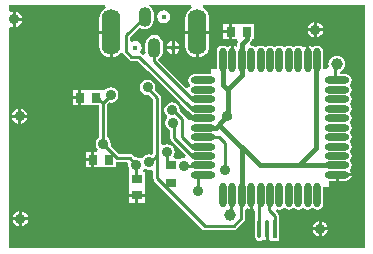
<source format=gtl>
%FSAX24Y24*%
%MOIN*%
G70*
G01*
G75*
G04 Layer_Physical_Order=1*
G04 Layer_Color=255*
%ADD10C,0.0394*%
%ADD11R,0.0118X0.0630*%
%ADD12O,0.0118X0.0630*%
%ADD13R,0.0315X0.0354*%
%ADD14O,0.0807X0.0236*%
%ADD15O,0.0236X0.0807*%
%ADD16R,0.0354X0.0315*%
%ADD17R,0.0354X0.0276*%
%ADD18C,0.0157*%
%ADD19C,0.0100*%
%ADD20R,0.1075X0.1032*%
%ADD21O,0.0433X0.0669*%
%ADD22C,0.0157*%
%ADD23O,0.0630X0.1535*%
%ADD24O,0.0591X0.0866*%
%ADD25C,0.0350*%
G36*
X006675Y004472D02*
X006686Y004464D01*
Y004373D01*
X006675Y004366D01*
X006667Y004354D01*
X006576D01*
X006568Y004366D01*
X006556Y004373D01*
Y004464D01*
X006568Y004472D01*
X006576Y004484D01*
X006667D01*
X006675Y004472D01*
D02*
G37*
G36*
X007168Y004506D02*
Y004331D01*
X007081Y004305D01*
X007040Y004366D01*
X007029Y004373D01*
Y004464D01*
X007040Y004472D01*
X007081Y004533D01*
X007168Y004506D01*
D02*
G37*
G36*
X014215Y000340D02*
X002358D01*
Y007679D01*
X002438Y007722D01*
X002444Y007718D01*
X002493Y007708D01*
Y007957D01*
Y008205D01*
X002444Y008196D01*
X002438Y008192D01*
X002358Y008235D01*
Y008424D01*
X005563D01*
X005581Y008335D01*
X005565Y008328D01*
X005483Y008265D01*
X005420Y008183D01*
X005380Y008087D01*
X005367Y007984D01*
Y007581D01*
X005764D01*
Y007532D01*
X005814D01*
Y006688D01*
X005867Y006695D01*
X005962Y006735D01*
X006045Y006798D01*
X006066Y006826D01*
X006157Y006823D01*
X006172Y006800D01*
X006351Y006621D01*
X006394Y006593D01*
X006444Y006583D01*
X006657D01*
X008332Y004907D01*
X008332D01*
X008332Y004907D01*
X008332D01*
X008332Y004907D01*
Y004907D01*
X008332Y004907D01*
Y004907D01*
X008352Y004894D01*
X008389Y004838D01*
Y004807D01*
X008346Y004742D01*
X008340Y004715D01*
X008817D01*
Y004615D01*
X008340D01*
X008330Y004665D01*
X008340Y004714D01*
X008251Y004696D01*
X008237Y004717D01*
X008048Y004906D01*
X008054Y004937D01*
X008034Y005036D01*
X007978Y005120D01*
X007894Y005176D01*
X007795Y005195D01*
X007696Y005176D01*
X007612Y005120D01*
X007556Y005036D01*
X007537Y004937D01*
X007556Y004838D01*
X007612Y004754D01*
D01*
X007630Y004664D01*
X007592Y004607D01*
X007572Y004508D01*
X007592Y004409D01*
X007648Y004325D01*
X007732Y004269D01*
X007739Y004267D01*
Y003993D01*
X007749Y003943D01*
X007777Y003900D01*
X008255Y003422D01*
X008212Y003342D01*
X008197Y003345D01*
X008098Y003326D01*
X008088Y003319D01*
X008008Y003319D01*
Y003319D01*
X007883D01*
X007840Y003399D01*
X007873Y003448D01*
X007893Y003547D01*
X007873Y003646D01*
X007817Y003730D01*
X007733Y003786D01*
X007634Y003806D01*
X007535Y003786D01*
X007511Y003770D01*
X007430Y003813D01*
Y005354D01*
X007420Y005405D01*
X007392Y005447D01*
X007224Y005615D01*
X007239Y005689D01*
X007219Y005788D01*
X007163Y005872D01*
X007079Y005928D01*
X006980Y005948D01*
X006881Y005928D01*
X006797Y005872D01*
X006741Y005788D01*
X006722Y005689D01*
X006741Y005590D01*
X006797Y005506D01*
X006881Y005450D01*
X006980Y005430D01*
X007028Y005440D01*
X007168Y005300D01*
Y004804D01*
X007081Y004777D01*
X007040Y004838D01*
X006956Y004894D01*
X006907Y004904D01*
Y004655D01*
X006807D01*
Y004904D01*
X006758Y004894D01*
X006675Y004838D01*
X006667Y004826D01*
X006576D01*
X006568Y004838D01*
X006484Y004894D01*
X006435Y004904D01*
Y004655D01*
X006385D01*
Y004605D01*
X006136D01*
X006146Y004556D01*
X006202Y004472D01*
X006214Y004464D01*
Y004373D01*
X006202Y004366D01*
X006146Y004282D01*
X006136Y004233D01*
X006385D01*
Y004183D01*
X006435D01*
Y003934D01*
X006484Y003944D01*
X006568Y004000D01*
X006576Y004011D01*
X006667D01*
X006675Y004000D01*
X006758Y003944D01*
X006807Y003934D01*
Y004183D01*
X006907D01*
Y003934D01*
X006956Y003944D01*
X007040Y004000D01*
X007081Y004060D01*
X007168Y004034D01*
Y003499D01*
X007098Y003441D01*
X007024Y003456D01*
X006925Y003436D01*
X006841Y003380D01*
X006819Y003347D01*
X006729Y003329D01*
X006693Y003353D01*
X006594Y003373D01*
X006551Y003364D01*
X006503Y003422D01*
X006498Y003426D01*
X006494Y003431D01*
X006478Y003442D01*
X006463Y003454D01*
X006457Y003456D01*
X006452Y003460D01*
X006433Y003464D01*
X006414Y003469D01*
X006408Y003469D01*
X006402Y003470D01*
X006015D01*
X005747Y003738D01*
X005763Y003815D01*
X005743Y003914D01*
X005687Y003998D01*
X005635Y004032D01*
Y005133D01*
X005706Y005191D01*
X005748Y005182D01*
X005847Y005202D01*
X005931Y005258D01*
X005987Y005342D01*
X006007Y005441D01*
X005987Y005540D01*
X005931Y005624D01*
X005847Y005680D01*
X005748Y005700D01*
X005649Y005680D01*
X005565Y005624D01*
X005546Y005596D01*
X005512Y005606D01*
Y005606D01*
X005512Y005606D01*
X005039D01*
D01*
D01*
X005039Y005606D01*
X004961D01*
Y005606D01*
X004774D01*
Y005350D01*
Y005094D01*
X004961D01*
Y005094D01*
X004961D01*
X004961Y005094D01*
X005039D01*
Y005094D01*
X005366D01*
X005373Y005087D01*
Y004032D01*
X005321Y003998D01*
X005265Y003914D01*
X005245Y003815D01*
X005265Y003716D01*
X005321Y003632D01*
X005335Y003622D01*
X005309Y003535D01*
X005204D01*
Y003279D01*
Y003024D01*
X005390D01*
Y003024D01*
X005390D01*
X005390Y003024D01*
X005469D01*
Y003024D01*
X005941D01*
Y003191D01*
X005961Y003207D01*
X006283D01*
X006340Y003137D01*
X006336Y003114D01*
X006355Y003015D01*
X006370Y002993D01*
X006370Y002878D01*
X006370D01*
Y002406D01*
X006370Y002406D01*
X006370Y002327D01*
X006370D01*
Y002141D01*
X006882D01*
Y002327D01*
D01*
Y002327D01*
X006882Y002327D01*
Y002406D01*
X006882D01*
Y002878D01*
X006838D01*
X006812Y002927D01*
X006868Y002978D01*
X006889Y002982D01*
X006925Y002958D01*
X007024Y002938D01*
X007098Y002953D01*
X007168Y002895D01*
Y002669D01*
X007178Y002619D01*
X007206Y002576D01*
X007206Y002576D01*
X007206Y002576D01*
X008801Y000982D01*
X008843Y000954D01*
X008894Y000944D01*
X009858D01*
X009908Y000954D01*
X009951Y000982D01*
X010203Y001234D01*
X010232Y001277D01*
X010242Y001327D01*
Y001614D01*
X010322Y001657D01*
X010354Y001635D01*
X010381Y001630D01*
Y002106D01*
X010481D01*
Y001630D01*
X010505Y001635D01*
X010512Y001629D01*
X010575Y001534D01*
Y001243D01*
X010569Y001213D01*
Y000701D01*
X010580Y000647D01*
X010610Y000601D01*
X010656Y000571D01*
X010709Y000560D01*
X010763Y000571D01*
X010809Y000601D01*
X010866D01*
X010912Y000571D01*
X010915Y000570D01*
Y000957D01*
X011015D01*
Y000570D01*
X011019Y000571D01*
X011065Y000601D01*
X011065D01*
X011083Y000563D01*
Y000563D01*
X011359D01*
Y001350D01*
X011353D01*
Y001405D01*
X011343Y001455D01*
X011314Y001498D01*
X011257Y001555D01*
X011299Y001635D01*
X011376Y001620D01*
X011452Y001635D01*
X011518Y001679D01*
X011549D01*
X011614Y001635D01*
X011691Y001620D01*
X011767Y001635D01*
X011832Y001679D01*
X011864D01*
X011929Y001635D01*
X012006Y001620D01*
X012082Y001635D01*
X012147Y001679D01*
X012179D01*
X012244Y001635D01*
X012320Y001620D01*
X012397Y001635D01*
X012462Y001679D01*
X012494D01*
X012559Y001635D01*
X012635Y001620D01*
X012712Y001635D01*
X012777Y001679D01*
X012821Y001744D01*
X012836Y001821D01*
Y002366D01*
X013028D01*
Y002575D01*
X013255D01*
Y002776D01*
X013305D01*
Y002826D01*
X013781D01*
X013776Y002852D01*
X013732Y002918D01*
Y002949D01*
X013776Y003014D01*
X013791Y003091D01*
X013776Y003167D01*
X013732Y003232D01*
Y003264D01*
X013776Y003329D01*
X013791Y003406D01*
X013776Y003482D01*
X013732Y003547D01*
Y003579D01*
X013776Y003644D01*
X013791Y003720D01*
X013776Y003797D01*
X013732Y003862D01*
Y003894D01*
X013776Y003959D01*
X013791Y004035D01*
X013776Y004112D01*
X013732Y004177D01*
Y004208D01*
X013776Y004274D01*
X013791Y004350D01*
X013776Y004427D01*
X013732Y004492D01*
Y004523D01*
X013776Y004589D01*
X013791Y004665D01*
X013776Y004742D01*
X013732Y004807D01*
Y004838D01*
X013776Y004904D01*
X013791Y004980D01*
X013776Y005057D01*
X013732Y005122D01*
Y005153D01*
X013776Y005218D01*
X013791Y005295D01*
X013776Y005372D01*
X013732Y005437D01*
Y005468D01*
X013776Y005533D01*
X013791Y005610D01*
X013776Y005687D01*
X013732Y005752D01*
Y005783D01*
X013776Y005848D01*
X013791Y005925D01*
X013776Y006002D01*
X013732Y006067D01*
X013667Y006111D01*
X013590Y006126D01*
X013410D01*
X013392Y006215D01*
X013422Y006228D01*
X013480Y006272D01*
X013524Y006330D01*
X013552Y006397D01*
X013561Y006468D01*
X013552Y006540D01*
X013524Y006607D01*
X013480Y006665D01*
X013422Y006709D01*
X013355Y006737D01*
X013283Y006746D01*
X013212Y006737D01*
X013144Y006709D01*
X013087Y006665D01*
X013043Y006607D01*
X013015Y006540D01*
X013005Y006468D01*
X013015Y006397D01*
X013016Y006395D01*
X012965Y006319D01*
X012836D01*
Y006880D01*
X012821Y006957D01*
X012777Y007022D01*
X012712Y007065D01*
X012635Y007081D01*
X012559Y007065D01*
X012494Y007022D01*
X012462D01*
X012397Y007065D01*
X012370Y007071D01*
Y006594D01*
X012270D01*
Y007071D01*
X012244Y007065D01*
X012179Y007022D01*
X012147D01*
X012082Y007065D01*
X012006Y007081D01*
X011929Y007065D01*
X011864Y007022D01*
X011832D01*
X011767Y007065D01*
X011691Y007081D01*
X011614Y007065D01*
X011549Y007022D01*
X011518D01*
X011452Y007065D01*
X011376Y007081D01*
X011299Y007065D01*
X011234Y007022D01*
X011203D01*
X011137Y007065D01*
X011061Y007081D01*
X010984Y007065D01*
X010919Y007022D01*
X010888D01*
X010822Y007065D01*
X010746Y007081D01*
X010669Y007065D01*
X010604Y007022D01*
X010573D01*
X010508Y007065D01*
X010431Y007081D01*
X010426Y007080D01*
X010383Y007160D01*
X010410Y007187D01*
X010410Y007187D01*
X010434Y007222D01*
X010445Y007239D01*
X010456Y007294D01*
X010533D01*
Y007806D01*
X010061D01*
D01*
D01*
X010061Y007806D01*
X009982D01*
Y007806D01*
X009796D01*
Y007550D01*
Y007294D01*
X009946D01*
X009950Y007291D01*
X009990Y007214D01*
X009970Y007183D01*
X009968Y007173D01*
X009958Y007122D01*
X009958Y007122D01*
Y007026D01*
X009878Y007065D01*
X009878Y007065D01*
Y007065D01*
X009878D01*
X009878D01*
X009878Y007065D01*
X009851Y007071D01*
Y006594D01*
X009751D01*
Y007071D01*
X009724Y007065D01*
X009659Y007022D01*
X009628D01*
X009563Y007065D01*
X009486Y007081D01*
X009409Y007065D01*
X009344Y007022D01*
X009300Y006957D01*
X009285Y006880D01*
Y006319D01*
X009091D01*
Y006126D01*
X008531D01*
X008454Y006111D01*
X008389Y006067D01*
X008346Y006002D01*
X008330Y005925D01*
X008346Y005848D01*
X008389Y005783D01*
Y005752D01*
X008351Y005694D01*
X008260Y005685D01*
X007332Y006613D01*
Y006636D01*
X007350Y006644D01*
X007411Y006691D01*
X007459Y006753D01*
X007488Y006824D01*
X007499Y006902D01*
Y007138D01*
X007488Y007215D01*
X007459Y007287D01*
X007411Y007348D01*
X007350Y007396D01*
X007278Y007425D01*
X007201Y007436D01*
X007124Y007425D01*
X007052Y007396D01*
X006990Y007348D01*
X006943Y007287D01*
X006913Y007215D01*
X006903Y007138D01*
Y006902D01*
X006913Y006824D01*
X006914Y006823D01*
X006838Y006773D01*
X006804Y006807D01*
X006762Y006835D01*
X006711Y006845D01*
X006709Y006852D01*
X006727Y006864D01*
X006775Y006935D01*
X006792Y007020D01*
X006775Y007104D01*
X006727Y007176D01*
X006655Y007224D01*
X006571Y007240D01*
X006486Y007224D01*
X006476Y007217D01*
X006396Y007260D01*
Y007368D01*
X006713Y007685D01*
X006737Y007667D01*
X006809Y007638D01*
X006886Y007627D01*
X006963Y007638D01*
X007035Y007667D01*
X007096Y007715D01*
X007144Y007776D01*
X007174Y007848D01*
X007184Y007925D01*
Y008161D01*
X007174Y008238D01*
X007144Y008310D01*
X007096Y008372D01*
X007035Y008419D01*
X007036Y008424D01*
X008437D01*
X008455Y008335D01*
X008439Y008328D01*
X008357Y008265D01*
X008294Y008183D01*
X008254Y008087D01*
X008241Y007984D01*
Y007581D01*
X009035D01*
Y007984D01*
X009021Y008087D01*
X008982Y008183D01*
X008919Y008265D01*
X008836Y008328D01*
X008821Y008335D01*
X008838Y008424D01*
X014215D01*
Y000340D01*
D02*
G37*
%LPC*%
G36*
X005104Y003535D02*
X004917D01*
Y003330D01*
X005104D01*
Y003535D01*
D02*
G37*
G36*
Y003230D02*
X004917D01*
Y003024D01*
X005104D01*
Y003230D01*
D02*
G37*
G36*
X013781Y002726D02*
X013355D01*
Y002575D01*
X013590D01*
X013667Y002590D01*
X013732Y002634D01*
X013776Y002699D01*
X013781Y002726D01*
D02*
G37*
G36*
X006335Y004904D02*
X006286Y004894D01*
X006202Y004838D01*
X006146Y004754D01*
X006136Y004705D01*
X006335D01*
Y004904D01*
D02*
G37*
G36*
X002663Y004686D02*
X002464D01*
X002474Y004637D01*
X002530Y004553D01*
X002614Y004497D01*
X002663Y004487D01*
Y004686D01*
D02*
G37*
G36*
X002961D02*
X002763D01*
Y004487D01*
X002812Y004497D01*
X002896Y004553D01*
X002952Y004637D01*
X002961Y004686D01*
D02*
G37*
G36*
X006335Y004133D02*
X006136D01*
X006146Y004084D01*
X006202Y004000D01*
X006286Y003944D01*
X006335Y003934D01*
Y004133D01*
D02*
G37*
G36*
X006882Y002041D02*
X006676D01*
Y001854D01*
X006882D01*
Y002041D01*
D02*
G37*
G36*
X012686Y001225D02*
X012637Y001215D01*
X012553Y001159D01*
X012497Y001075D01*
X012487Y001026D01*
X012686D01*
Y001225D01*
D02*
G37*
G36*
X012786D02*
Y001026D01*
X012985D01*
X012975Y001075D01*
X012919Y001159D01*
X012835Y001215D01*
X012786Y001225D01*
D02*
G37*
G36*
X012686Y000926D02*
X012487D01*
X012497Y000877D01*
X012553Y000793D01*
X012637Y000737D01*
X012686Y000728D01*
Y000926D01*
D02*
G37*
G36*
X012985D02*
X012786D01*
Y000728D01*
X012835Y000737D01*
X012919Y000793D01*
X012975Y000877D01*
X012985Y000926D01*
D02*
G37*
G36*
X002690Y001257D02*
X002491D01*
X002501Y001208D01*
X002557Y001124D01*
X002641Y001068D01*
X002690Y001058D01*
Y001257D01*
D02*
G37*
G36*
X002790Y001556D02*
Y001357D01*
X002989D01*
X002979Y001406D01*
X002923Y001490D01*
X002839Y001546D01*
X002790Y001556D01*
D02*
G37*
G36*
X006576Y002041D02*
X006370D01*
Y001854D01*
X006576D01*
Y002041D01*
D02*
G37*
G36*
X002989Y001257D02*
X002790D01*
Y001058D01*
X002839Y001068D01*
X002923Y001124D01*
X002979Y001208D01*
X002989Y001257D01*
D02*
G37*
G36*
X002690Y001556D02*
X002641Y001546D01*
X002557Y001490D01*
X002501Y001406D01*
X002491Y001357D01*
X002690D01*
Y001556D01*
D02*
G37*
G36*
X002663Y004985D02*
X002614Y004975D01*
X002530Y004919D01*
X002474Y004835D01*
X002464Y004786D01*
X002663D01*
Y004985D01*
D02*
G37*
G36*
X012824Y007560D02*
X012625D01*
Y007361D01*
X012674Y007371D01*
X012758Y007427D01*
X012814Y007511D01*
X012824Y007560D01*
D02*
G37*
G36*
X009696Y007806D02*
X009509D01*
Y007600D01*
X009696D01*
Y007806D01*
D02*
G37*
G36*
Y007500D02*
X009509D01*
Y007294D01*
X009696D01*
Y007500D01*
D02*
G37*
G36*
X012525Y007560D02*
X012326D01*
X012336Y007511D01*
X012392Y007427D01*
X012476Y007371D01*
X012525Y007361D01*
Y007560D01*
D02*
G37*
G36*
Y007859D02*
X012476Y007849D01*
X012392Y007793D01*
X012336Y007709D01*
X012326Y007660D01*
X012525D01*
Y007859D01*
D02*
G37*
G36*
X007516Y008264D02*
X007431Y008247D01*
X007360Y008199D01*
X007312Y008128D01*
X007295Y008043D01*
X007312Y007959D01*
X007360Y007887D01*
X007431Y007839D01*
X007516Y007823D01*
X007600Y007839D01*
X007672Y007887D01*
X007720Y007959D01*
X007737Y008043D01*
X007720Y008128D01*
X007672Y008199D01*
X007600Y008247D01*
X007516Y008264D01*
D02*
G37*
G36*
X002593Y008205D02*
Y008007D01*
X002792D01*
X002782Y008056D01*
X002726Y008140D01*
X002642Y008196D01*
X002593Y008205D01*
D02*
G37*
G36*
X012625Y007859D02*
Y007660D01*
X012824D01*
X012814Y007709D01*
X012758Y007793D01*
X012674Y007849D01*
X012625Y007859D01*
D02*
G37*
G36*
X002792Y007907D02*
X002593D01*
Y007708D01*
X002642Y007718D01*
X002726Y007774D01*
X002782Y007858D01*
X002792Y007907D01*
D02*
G37*
G36*
X007881Y007231D02*
Y007070D01*
X008042D01*
X008035Y007104D01*
X007987Y007176D01*
X007915Y007224D01*
X007881Y007231D01*
D02*
G37*
G36*
X004674Y005606D02*
X004488D01*
Y005400D01*
X004674D01*
Y005606D01*
D02*
G37*
G36*
X005714Y007481D02*
X005367D01*
Y007079D01*
X005380Y006976D01*
X005420Y006880D01*
X005483Y006798D01*
X005565Y006735D01*
X005661Y006695D01*
X005714Y006688D01*
Y007481D01*
D02*
G37*
G36*
X002763Y004985D02*
Y004786D01*
X002961D01*
X002952Y004835D01*
X002896Y004919D01*
X002812Y004975D01*
X002763Y004985D01*
D02*
G37*
G36*
X004674Y005300D02*
X004488D01*
Y005094D01*
X004674D01*
Y005300D01*
D02*
G37*
G36*
X008588Y007481D02*
X008241D01*
Y007079D01*
X008254Y006976D01*
X008294Y006880D01*
X008357Y006798D01*
X008439Y006735D01*
X008535Y006695D01*
X008588Y006688D01*
Y007481D01*
D02*
G37*
G36*
X008042Y006970D02*
X007881D01*
Y006809D01*
X007915Y006816D01*
X007987Y006864D01*
X008035Y006935D01*
X008042Y006970D01*
D02*
G37*
G36*
X007781Y007231D02*
X007746Y007224D01*
X007675Y007176D01*
X007627Y007104D01*
X007620Y007070D01*
X007781D01*
Y007231D01*
D02*
G37*
G36*
X009035Y007481D02*
X008688D01*
Y006688D01*
X008741Y006695D01*
X008836Y006735D01*
X008919Y006798D01*
X008982Y006880D01*
X009021Y006976D01*
X009035Y007079D01*
Y007481D01*
D02*
G37*
G36*
X007781Y006970D02*
X007620D01*
X007627Y006935D01*
X007675Y006864D01*
X007746Y006816D01*
X007781Y006809D01*
Y006970D01*
D02*
G37*
%LPD*%
D10*
X013283Y006468D02*
D03*
X009740Y001449D02*
D03*
D11*
X011221Y000957D02*
D03*
D12*
X010965D02*
D03*
X010709D02*
D03*
D13*
X009746Y007550D02*
D03*
X010297D02*
D03*
X005705Y003280D02*
D03*
X005154D02*
D03*
X004724Y005350D02*
D03*
X005276D02*
D03*
D14*
X008817Y005925D02*
D03*
Y005610D02*
D03*
Y005295D02*
D03*
Y004980D02*
D03*
Y004665D02*
D03*
Y004350D02*
D03*
Y004035D02*
D03*
Y003720D02*
D03*
Y003406D02*
D03*
Y003091D02*
D03*
Y002776D02*
D03*
X013305D02*
D03*
Y003091D02*
D03*
Y003406D02*
D03*
Y003720D02*
D03*
Y004035D02*
D03*
Y004350D02*
D03*
Y004665D02*
D03*
Y004980D02*
D03*
Y005295D02*
D03*
Y005610D02*
D03*
Y005925D02*
D03*
D15*
X009486Y002106D02*
D03*
X009801D02*
D03*
X010116D02*
D03*
X010431D02*
D03*
X010746D02*
D03*
X011061D02*
D03*
X011376D02*
D03*
X011691D02*
D03*
X012006D02*
D03*
X012320D02*
D03*
X012635D02*
D03*
Y006594D02*
D03*
X012320D02*
D03*
X012006D02*
D03*
X011691D02*
D03*
X011376D02*
D03*
X011061D02*
D03*
X010746D02*
D03*
X010431D02*
D03*
X010116D02*
D03*
X009801D02*
D03*
X009486D02*
D03*
D16*
X006626Y002642D02*
D03*
Y002091D02*
D03*
D17*
X007752Y002512D02*
D03*
Y003102D02*
D03*
D18*
X010118Y007122D02*
X010297Y007301D01*
X010118Y006118D02*
Y007122D01*
X009646Y005646D02*
X010118Y006118D01*
X010110Y002102D02*
X010114Y002106D01*
Y003697D01*
X009486Y005762D02*
X009622Y005626D01*
X009646Y004756D02*
Y005646D01*
Y004756D02*
X009677Y004724D01*
X010114Y003697D02*
X010720Y003091D01*
X012024D01*
X009368Y004443D02*
X010126Y003685D01*
X009543Y004626D02*
X009669Y004764D01*
X009268Y004350D02*
X009543Y004626D01*
X008777Y004350D02*
X009268D01*
X009665Y004752D02*
X009709Y004709D01*
X009669Y004764D02*
X009709Y004709D01*
X009486Y005762D02*
Y006602D01*
X012596Y003663D02*
Y006594D01*
X012024Y003091D02*
X013265D01*
X012024D02*
X012596Y003663D01*
X010297Y007301D02*
Y007550D01*
D19*
X009858Y001075D02*
X010110Y001327D01*
Y002102D01*
X008773Y003402D02*
X008777Y003406D01*
X008462Y003402D02*
X008773D01*
X007870Y003993D02*
X008462Y003402D01*
X008773Y003717D02*
X008777Y003720D01*
X008462Y003717D02*
X008773D01*
X008142Y004036D02*
X008462Y003717D01*
X008709Y004733D02*
X008777Y004665D01*
X008817D01*
X008362D02*
X008777D01*
X008256Y004772D02*
X008362Y004665D01*
X008284Y004878D02*
X008505Y004657D01*
X008283Y004878D02*
X008284D01*
X008505Y004657D02*
X008752D01*
X008777Y004035D02*
X009358D01*
X009563Y003831D01*
Y003083D02*
Y003831D01*
X008673Y002236D02*
Y002672D01*
X008610Y002264D02*
X008673Y002236D01*
X008425Y005000D02*
X008500D01*
X006711Y006714D02*
X008425Y005000D01*
X006444Y006714D02*
X006711D01*
X008497Y004928D02*
Y004980D01*
X008144Y005017D02*
X008283Y004878D01*
X008144Y005017D02*
X008144D01*
X007993Y005168D02*
X008144Y005017D01*
X007993Y005168D02*
Y005168D01*
X006949Y006213D02*
X007993Y005168D01*
X006193Y006213D02*
X006949D01*
X008144Y004324D02*
Y004624D01*
X007861Y004907D02*
X008144Y004624D01*
X007844Y004907D02*
X007861D01*
X005492Y005185D02*
X005748Y005441D01*
X008197Y003087D02*
Y003138D01*
X008188Y003146D02*
X008197Y003138D01*
X008142Y004036D02*
Y004322D01*
X008144Y004324D01*
X005765Y006640D02*
X006193Y006213D01*
X008517Y004980D02*
X008777D01*
X007201Y006559D02*
X008449Y005311D01*
X008709Y005363D02*
X008777Y005295D01*
X008429Y004733D02*
X008709D01*
X007201Y006559D02*
Y007059D01*
X006953Y005701D02*
X007299Y005354D01*
Y002669D02*
Y005354D01*
X007870Y003993D02*
Y004480D01*
X007299Y002669D02*
X008894Y001075D01*
X006265Y006893D02*
Y007422D01*
Y006893D02*
X006444Y006714D01*
X008673Y002672D02*
X008777Y002776D01*
X008162Y003079D02*
Y003146D01*
Y003079D02*
X008220D01*
X008162Y003146D02*
X008188D01*
X008220Y003079D02*
X008224Y003083D01*
X008769D01*
X007634Y003220D02*
Y003520D01*
Y003220D02*
X007752Y003102D01*
X008894Y001075D02*
X009858D01*
X005961Y003339D02*
X006402D01*
X006602Y003094D01*
Y002638D02*
Y003094D01*
X005346Y005299D02*
X005504Y005142D01*
Y003795D02*
Y005142D01*
Y003795D02*
X005961Y003339D01*
X006921Y005701D02*
X006953D01*
X013244Y006429D02*
X013264Y006449D01*
X013244Y005917D02*
Y006429D01*
X006265Y007422D02*
X006886Y008043D01*
X009760Y001469D02*
Y002118D01*
X010706Y000754D02*
Y002106D01*
X009746Y006610D02*
X009761Y006594D01*
X011021Y001605D02*
Y002106D01*
Y001605D02*
X011221Y001405D01*
Y000750D02*
Y001405D01*
X007012Y003146D02*
X007305Y003439D01*
X005670Y003331D02*
X005819Y003480D01*
D20*
X006624Y004425D02*
D03*
D21*
X006886Y008043D02*
D03*
X007201Y007020D02*
D03*
D22*
X007516Y008043D02*
D03*
X006571Y007020D02*
D03*
X007831Y007020D02*
D03*
D23*
X005764Y007531D02*
D03*
X008638D02*
D03*
D24*
X008638Y007835D02*
D03*
Y007228D02*
D03*
Y007633D02*
D03*
Y007430D02*
D03*
X005764D02*
D03*
Y007633D02*
D03*
Y007228D02*
D03*
Y007835D02*
D03*
D25*
X006594Y003114D02*
D03*
X007024Y003197D02*
D03*
X009642Y004752D02*
D03*
X009551Y002921D02*
D03*
X008673Y002224D02*
D03*
X007795Y004937D02*
D03*
X006980Y005689D02*
D03*
X005748Y005441D02*
D03*
X005504Y003815D02*
D03*
X008197Y003087D02*
D03*
X007634Y003547D02*
D03*
X007831Y004508D02*
D03*
X002543Y007957D02*
D03*
X006385Y004183D02*
D03*
X006857D02*
D03*
X006385Y004655D02*
D03*
X006857D02*
D03*
X002713Y004736D02*
D03*
X002740Y001307D02*
D03*
X012575Y007610D02*
D03*
X012736Y000976D02*
D03*
M02*

</source>
